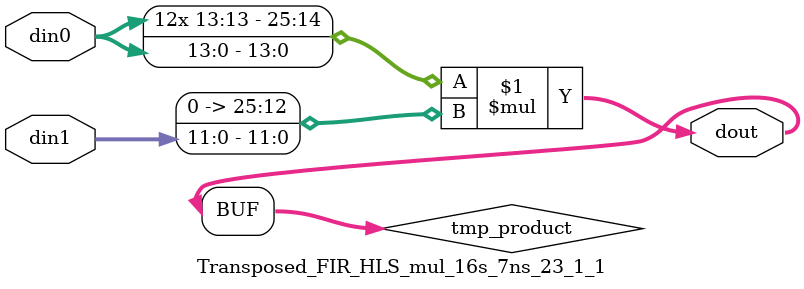
<source format=v>

`timescale 1 ns / 1 ps

 module Transposed_FIR_HLS_mul_16s_7ns_23_1_1(din0, din1, dout);
parameter ID = 1;
parameter NUM_STAGE = 0;
parameter din0_WIDTH = 14;
parameter din1_WIDTH = 12;
parameter dout_WIDTH = 26;

input [din0_WIDTH - 1 : 0] din0; 
input [din1_WIDTH - 1 : 0] din1; 
output [dout_WIDTH - 1 : 0] dout;

wire signed [dout_WIDTH - 1 : 0] tmp_product;


























assign tmp_product = $signed(din0) * $signed({1'b0, din1});









assign dout = tmp_product;





















endmodule

</source>
